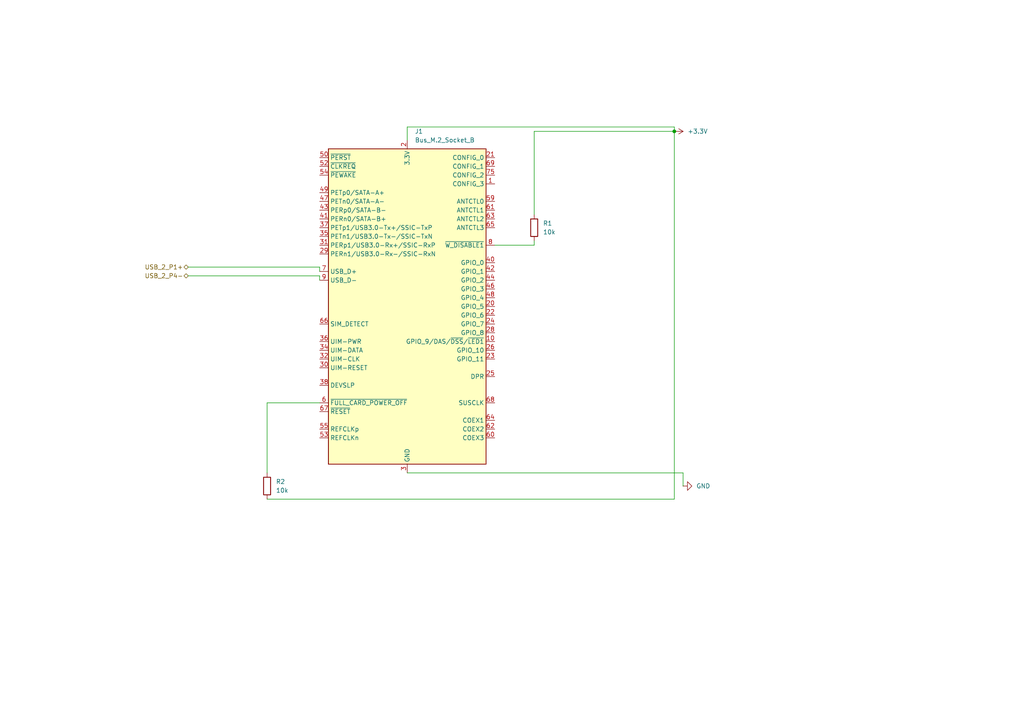
<source format=kicad_sch>
(kicad_sch (version 20250114) (generator "eeschema") (generator_version "9.0")
  (paper "A4")
  (lib_symbols
    (symbol "Connector:Bus_M.2_Socket_B"
      (property "Reference" "J1" (at 2.1941 50.8 0))
      (property "Value" "Bus_M.2_Socket_B" (at 2.1941 48.26 0))
      (symbol "Bus_M.2_Socket_B_0_1"
        (rectangle (start -22.86 45.72) (end 22.86 -45.72) (stroke (width 0.254)) (fill (type background)))
      )
      (symbol "Bus_M.2_Socket_B_1_1"
        (pin output line (at -25.4 43.18 0) (length 2.54) (name "~{PERST}") (number "50"))
        (pin bidirectional line (at -25.4 40.64 0) (length 2.54) (name "~{CLKREQ}") (number "52"))
        (pin bidirectional line (at -25.4 38.1 0) (length 2.54) (name "~{PEWAKE}") (number "54"))
        (pin output line (at -25.4 33.02 0) (length 2.54) (name "PETp0/SATA-A+") (number "49"))
        (pin output line (at -25.4 30.48 0) (length 2.54) (name "PETn0/SATA-A-") (number "47"))
        (pin input line (at -25.4 27.94 0) (length 2.54) (name "PERp0/SATA-B-") (number "43"))
        (pin input line (at -25.4 25.4 0) (length 2.54) (name "PERn0/SATA-B+") (number "41"))
        (pin output line (at -25.4 22.86 0) (length 2.54) (name "PETp1/USB3.0-Tx+/SSIC-TxP") (number "37"))
        (pin output line (at -25.4 20.32 0) (length 2.54) (name "PETn1/USB3.0-Tx-/SSIC-TxN") (number "35"))
        (pin input line (at -25.4 17.78 0) (length 2.54) (name "PERp1/USB3.0-Rx+/SSIC-RxP") (number "31"))
        (pin input line (at -25.4 15.24 0) (length 2.54) (name "PERn1/USB3.0-Rx-/SSIC-RxN") (number "29"))
        (pin bidirectional line (at -25.4 10.16 0) (length 2.54) (name "USB_D+") (number "7"))
        (pin bidirectional line (at -25.4 7.62 0) (length 2.54) (name "USB_D-") (number "9"))
        (pin output line (at -25.4 -5.08 0) (length 2.54) (name "SIM_DETECT") (number "66"))
        (pin input line (at -25.4 -10.16 0) (length 2.54) (name "UIM-PWR") (number "36"))
        (pin bidirectional line (at -25.4 -12.7 0) (length 2.54) (name "UIM-DATA") (number "34"))
        (pin input line (at -25.4 -15.24 0) (length 2.54) (name "UIM-CLK") (number "32"))
        (pin input line (at -25.4 -17.78 0) (length 2.54) (name "UIM-RESET") (number "30"))
        (pin output line (at -25.4 -22.86 0) (length 2.54) (name "DEVSLP") (number "38"))
        (pin output line (at -25.4 -27.94 0) (length 2.54) (name "~{FULL_CARD_POWER_OFF}") (number "6"))
        (pin output line (at -25.4 -30.48 0) (length 2.54) (name "~{RESET}") (number "67"))
        (pin output line (at -25.4 -35.56 0) (length 2.54) (name "REFCLKp") (number "55"))
        (pin output line (at -25.4 -38.1 0) (length 2.54) (name "REFCLKn") (number "53"))
        (pin power_in line (at 0 48.26 270) (length 2.54) (name "3.3V") (number "2"))
        (pin power_in line (at 0 48.26 270) (length 2.54) (hide yes) (name "3.3V") (number "4"))
        (pin power_in line (at 0 48.26 270) (length 2.54) (hide yes) (name "3.3V") (number "70"))
        (pin power_in line (at 0 48.26 270) (length 2.54) (hide yes) (name "3.3V") (number "72"))
        (pin power_in line (at 0 48.26 270) (length 2.54) (hide yes) (name "3.3V") (number "74"))
        (pin power_in line (at 0 -48.26 90) (length 2.54) (hide yes) (name "GND") (number "11"))
        (pin power_in line (at 0 -48.26 90) (length 2.54) (hide yes) (name "GND") (number "27"))
        (pin power_in line (at 0 -48.26 90) (length 2.54) (name "GND") (number "3"))
        (pin power_in line (at 0 -48.26 90) (length 2.54) (hide yes) (name "GND") (number "33"))
        (pin power_in line (at 0 -48.26 90) (length 2.54) (hide yes) (name "GND") (number "39"))
        (pin power_in line (at 0 -48.26 90) (length 2.54) (hide yes) (name "GND") (number "45"))
        (pin power_in line (at 0 -48.26 90) (length 2.54) (hide yes) (name "GND") (number "5"))
        (pin power_in line (at 0 -48.26 90) (length 2.54) (hide yes) (name "GND") (number "51"))
        (pin power_in line (at 0 -48.26 90) (length 2.54) (hide yes) (name "GND") (number "57"))
        (pin power_in line (at 0 -48.26 90) (length 2.54) (hide yes) (name "GND") (number "71"))
        (pin power_in line (at 0 -48.26 90) (length 2.54) (hide yes) (name "GND") (number "73"))
        (pin no_connect line (at 22.86 -40.64 180) (length 2.54) (hide yes) (name "NC") (number "58"))
        (pin no_connect line (at 22.86 -43.18 180) (length 2.54) (hide yes) (name "NC") (number "56"))
        (pin input line (at 25.4 43.18 180) (length 2.54) (name "CONFIG_0") (number "21"))
        (pin input line (at 25.4 40.64 180) (length 2.54) (name "CONFIG_1") (number "69"))
        (pin input line (at 25.4 38.1 180) (length 2.54) (name "CONFIG_2") (number "75"))
        (pin input line (at 25.4 35.56 180) (length 2.54) (name "CONFIG_3") (number "1"))
        (pin input line (at 25.4 30.48 180) (length 2.54) (name "ANTCTL0") (number "59"))
        (pin input line (at 25.4 27.94 180) (length 2.54) (name "ANTCTL1") (number "61"))
        (pin input line (at 25.4 25.4 180) (length 2.54) (name "ANTCTL2") (number "63"))
        (pin input line (at 25.4 22.86 180) (length 2.54) (name "ANTCTL3") (number "65"))
        (pin output line (at 25.4 17.78 180) (length 2.54) (name "~{W_DISABLE1}") (number "8"))
        (pin bidirectional line (at 25.4 12.7 180) (length 2.54) (name "GPIO_0") (number "40"))
        (pin bidirectional line (at 25.4 10.16 180) (length 2.54) (name "GPIO_1") (number "42"))
        (pin bidirectional line (at 25.4 7.62 180) (length 2.54) (name "GPIO_2") (number "44"))
        (pin bidirectional line (at 25.4 5.08 180) (length 2.54) (name "GPIO_3") (number "46"))
        (pin bidirectional line (at 25.4 2.54 180) (length 2.54) (name "GPIO_4") (number "48"))
        (pin bidirectional line (at 25.4 0 180) (length 2.54) (name "GPIO_5") (number "20"))
        (pin bidirectional line (at 25.4 -2.54 180) (length 2.54) (name "GPIO_6") (number "22"))
        (pin bidirectional line (at 25.4 -5.08 180) (length 2.54) (name "GPIO_7") (number "24"))
        (pin bidirectional line (at 25.4 -7.62 180) (length 2.54) (name "GPIO_8") (number "28"))
        (pin bidirectional line (at 25.4 -10.16 180) (length 2.54) (name "GPIO_9/DAS/~{DSS}/~{LED1}") (number "10"))
        (pin bidirectional line (at 25.4 -12.7 180) (length 2.54) (name "GPIO_10") (number "26"))
        (pin bidirectional line (at 25.4 -15.24 180) (length 2.54) (name "GPIO_11") (number "23"))
        (pin output line (at 25.4 -20.32 180) (length 2.54) (name "DPR") (number "25"))
        (pin output line (at 25.4 -27.94 180) (length 2.54) (name "SUSCLK") (number "68"))
        (pin bidirectional line (at 25.4 -33.02 180) (length 2.54) (name "COEX1") (number "64"))
        (pin bidirectional line (at 25.4 -35.56 180) (length 2.54) (name "COEX2") (number "62"))
        (pin bidirectional line (at 25.4 -38.1 180) (length 2.54) (name "COEX3") (number "60"))
      )
    )
    (symbol "Device:R" (pin_numbers (hide yes)) (pin_names (offset 0))
      (property "Reference" "R" (at 2.032 0 90))
      (property "Value" "R" (at 0 0 90))
      (symbol "R_0_1"
        (rectangle (start -1.016 -2.54) (end 1.016 2.54) (stroke (width 0.254)))
      )
      (symbol "R_1_1"
        (pin passive line (at 0 3.81 270) (length 1.27) (name "~") (number "1"))
        (pin passive line (at 0 -3.81 90) (length 1.27) (name "~") (number "2"))
      )
    )
    (symbol "power:+3.3V" (power) (pin_numbers (hide yes)) (pin_names (offset 0) (hide yes))
      (property "Value" "+3.3V" (at 0 3.556 0))
      (symbol "+3.3V_0_1"
        (polyline (pts (xy -0.762 1.27) (xy 0 2.54)))
        (polyline (pts (xy 0 2.54) (xy 0.762 1.27)))
        (polyline (pts (xy 0 0) (xy 0 2.54)))
      )
      (symbol "+3.3V_1_1"
        (pin power_in line (at 0 0 90) (length 0) (name "~") (number "1"))
      )
    )
    (symbol "power:GND" (power) (pin_numbers (hide yes)) (pin_names (offset 0) (hide yes))
      (property "Value" "GND" (at 0 -3.81 0))
      (symbol "GND_0_1"
        (polyline (pts (xy 0 0) (xy 0 -1.27) (xy 1.27 -1.27) (xy 0 -2.54) (xy -1.27 -1.27) (xy 0 -1.27)))
      )
      (symbol "GND_1_1"
        (pin power_in line (at 0 0 270) (length 0) (name "~") (number "1"))
      )
    )
  )
  (junction (at 195.58 38.1))
  (wire (pts (xy 54.61 77.47) (xy 92.71 77.47)))
  (wire (pts (xy 118.11 36.83) (xy 195.58 36.83)))
  (wire (pts (xy 77.47 137.16) (xy 77.47 116.84)))
  (wire (pts (xy 77.47 144.78) (xy 195.58 144.78)))
  (wire (pts (xy 118.11 40.64) (xy 118.11 36.83)))
  (wire (pts (xy 154.94 62.23) (xy 154.94 38.1)))
  (wire (pts (xy 92.71 80.01) (xy 92.71 81.28)))
  (wire (pts (xy 92.71 77.47) (xy 92.71 78.74)))
  (wire (pts (xy 198.12 137.16) (xy 198.12 140.97)))
  (wire (pts (xy 77.47 116.84) (xy 92.71 116.84)))
  (wire (pts (xy 195.58 36.83) (xy 195.58 38.1)))
  (wire (pts (xy 143.51 71.12) (xy 154.94 71.12)))
  (wire (pts (xy 154.94 38.1) (xy 195.58 38.1)))
  (wire (pts (xy 54.61 80.01) (xy 92.71 80.01)))
  (wire (pts (xy 154.94 71.12) (xy 154.94 69.85)))
  (wire (pts (xy 195.58 144.78) (xy 195.58 38.1)))
  (wire (pts (xy 118.11 137.16) (xy 198.12 137.16)))
  (hierarchical_label "USB_2_P4-" (shape bidirectional) (at 54.61 80.01 180))
  (hierarchical_label "USB_2_P1+" (shape bidirectional) (at 54.61 77.47 180))
  (symbol (lib_id "power:+3.3V") (at 195.58 38.1 270) (unit 1)
    (property "Reference" "#PWR02" (effects (hide yes)))
    (property "Value" "+3.3V" (at 199.39 38.0999 90) (effects (justify left)))
    (property "Description" "Power symbol creates a global label with name \"+3.3V\"" (effects (hide yes)))
  )
  (symbol (lib_id "Device:R") (at 77.47 140.97 0) (unit 1)
    (property "Reference" "R2" (at 80.01 139.6999 0) (effects (justify left)))
    (property "Value" "10k" (at 80.01 142.2399 0) (effects (justify left)))
    (property "Description" "Resistor" (effects (hide yes)))
  )
  (symbol (lib_id "Device:R") (at 154.94 66.04 0) (unit 1)
    (property "Reference" "R1" (at 157.48 64.7699 0) (effects (justify left)))
    (property "Value" "10k" (at 157.48 67.3099 0) (effects (justify left)))
    (property "Description" "Resistor" (effects (hide yes)))
  )
  (symbol (lib_id "power:GND") (at 198.12 140.97 90) (unit 1)
    (property "Reference" "#PWR01" (effects (hide yes)))
    (property "Value" "GND" (at 201.93 140.9699 90) (effects (justify right)))
    (property "Description" "Power symbol creates a global label with name \"GND\" , ground" (effects (hide yes)))
  )
  (symbol (lib_id "Connector:Bus_M.2_Socket_B") (at 118.11 88.9 0) (unit 1)
    (property "Reference" "J1" (at 120.3041 38.1 0) (effects (justify left)))
    (property "Value" "Bus_M.2_Socket_B" (at 120.3041 40.64 0) (effects (justify left)))
    (property "Datasheet" "https://web.archive.org/web/20200613074028/http://read.pudn.com/downloads794/doc/project/3133918/PCIe_M.2_Electromechanical_Spec_Rev1.0_Final_11012013_RS_Clean.pdf#page=154" (effects (hide yes)))
    (property "Description" "M.2 Socket 2 Mechanical Key B" (effects (hide yes)))
  )
)
</source>
